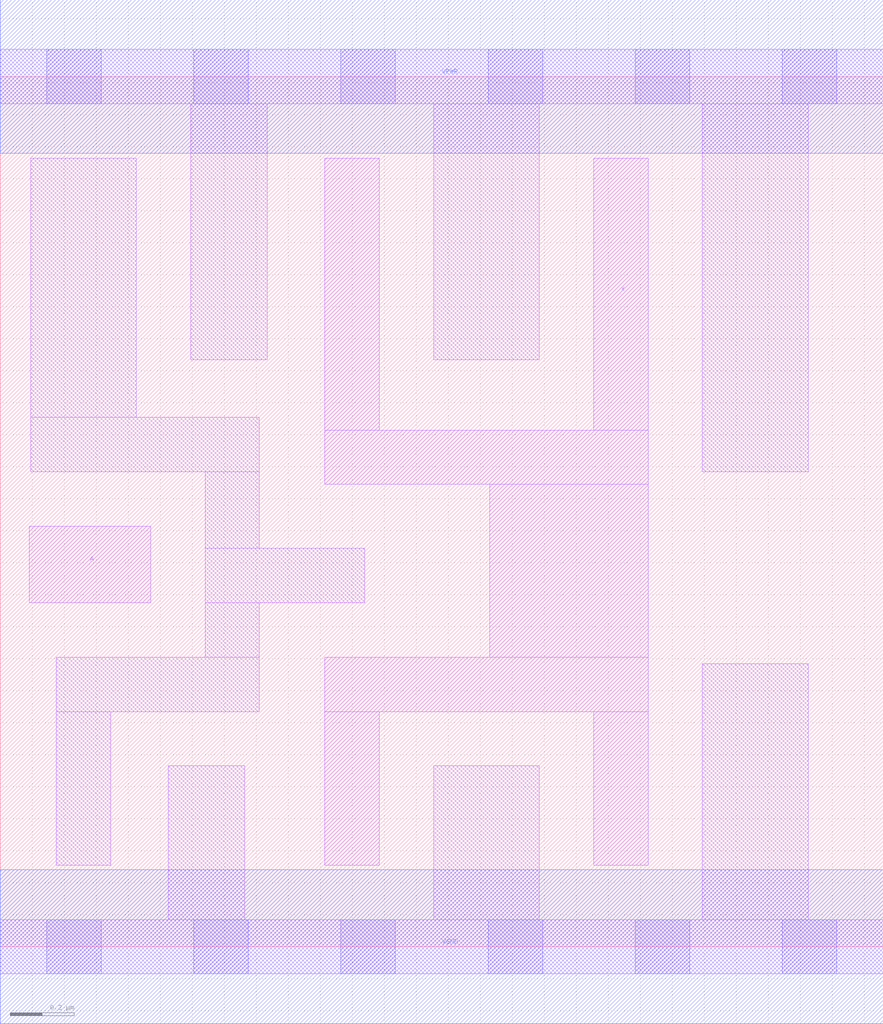
<source format=lef>
# Copyright 2020 The SkyWater PDK Authors
#
# Licensed under the Apache License, Version 2.0 (the "License");
# you may not use this file except in compliance with the License.
# You may obtain a copy of the License at
#
#     https://www.apache.org/licenses/LICENSE-2.0
#
# Unless required by applicable law or agreed to in writing, software
# distributed under the License is distributed on an "AS IS" BASIS,
# WITHOUT WARRANTIES OR CONDITIONS OF ANY KIND, either express or implied.
# See the License for the specific language governing permissions and
# limitations under the License.
#
# SPDX-License-Identifier: Apache-2.0

VERSION 5.7 ;
  NAMESCASESENSITIVE ON ;
  NOWIREEXTENSIONATPIN ON ;
  DIVIDERCHAR "/" ;
  BUSBITCHARS "[]" ;
UNITS
  DATABASE MICRONS 200 ;
END UNITS
MACRO sky130_fd_sc_hd__buf_4
  CLASS CORE ;
  SOURCE USER ;
  FOREIGN sky130_fd_sc_hd__buf_4 ;
  ORIGIN  0.000000  0.000000 ;
  SIZE  2.760000 BY  2.720000 ;
  SYMMETRY X Y R90 ;
  SITE unithd ;
  PIN A
    ANTENNAGATEAREA  0.247500 ;
    DIRECTION INPUT ;
    USE SIGNAL ;
    PORT
      LAYER li1 ;
        RECT 0.090000 1.075000 0.470000 1.315000 ;
    END
  END A
  PIN X
    ANTENNADIFFAREA  0.891000 ;
    DIRECTION OUTPUT ;
    USE SIGNAL ;
    PORT
      LAYER li1 ;
        RECT 1.015000 0.255000 1.185000 0.735000 ;
        RECT 1.015000 0.735000 2.025000 0.905000 ;
        RECT 1.015000 1.445000 2.025000 1.615000 ;
        RECT 1.015000 1.615000 1.185000 2.465000 ;
        RECT 1.530000 0.905000 2.025000 1.445000 ;
        RECT 1.855000 0.255000 2.025000 0.735000 ;
        RECT 1.855000 1.615000 2.025000 2.465000 ;
    END
  END X
  PIN VGND
    DIRECTION INOUT ;
    SHAPE ABUTMENT ;
    USE GROUND ;
    PORT
      LAYER met1 ;
        RECT 0.000000 -0.240000 2.760000 0.240000 ;
    END
  END VGND
  PIN VPWR
    DIRECTION INOUT ;
    SHAPE ABUTMENT ;
    USE POWER ;
    PORT
      LAYER met1 ;
        RECT 0.000000 2.480000 2.760000 2.960000 ;
    END
  END VPWR
  OBS
    LAYER li1 ;
      RECT 0.000000 -0.085000 2.760000 0.085000 ;
      RECT 0.000000  2.635000 2.760000 2.805000 ;
      RECT 0.095000  1.485000 0.810000 1.655000 ;
      RECT 0.095000  1.655000 0.425000 2.465000 ;
      RECT 0.175000  0.255000 0.345000 0.735000 ;
      RECT 0.175000  0.735000 0.810000 0.905000 ;
      RECT 0.525000  0.085000 0.765000 0.565000 ;
      RECT 0.595000  1.835000 0.835000 2.635000 ;
      RECT 0.640000  0.905000 0.810000 1.075000 ;
      RECT 0.640000  1.075000 1.140000 1.245000 ;
      RECT 0.640000  1.245000 0.810000 1.485000 ;
      RECT 1.355000  0.085000 1.685000 0.565000 ;
      RECT 1.355000  1.835000 1.685000 2.635000 ;
      RECT 2.195000  0.085000 2.525000 0.885000 ;
      RECT 2.195000  1.485000 2.525000 2.635000 ;
    LAYER mcon ;
      RECT 0.145000 -0.085000 0.315000 0.085000 ;
      RECT 0.145000  2.635000 0.315000 2.805000 ;
      RECT 0.605000 -0.085000 0.775000 0.085000 ;
      RECT 0.605000  2.635000 0.775000 2.805000 ;
      RECT 1.065000 -0.085000 1.235000 0.085000 ;
      RECT 1.065000  2.635000 1.235000 2.805000 ;
      RECT 1.525000 -0.085000 1.695000 0.085000 ;
      RECT 1.525000  2.635000 1.695000 2.805000 ;
      RECT 1.985000 -0.085000 2.155000 0.085000 ;
      RECT 1.985000  2.635000 2.155000 2.805000 ;
      RECT 2.445000 -0.085000 2.615000 0.085000 ;
      RECT 2.445000  2.635000 2.615000 2.805000 ;
  END
END sky130_fd_sc_hd__buf_4

</source>
